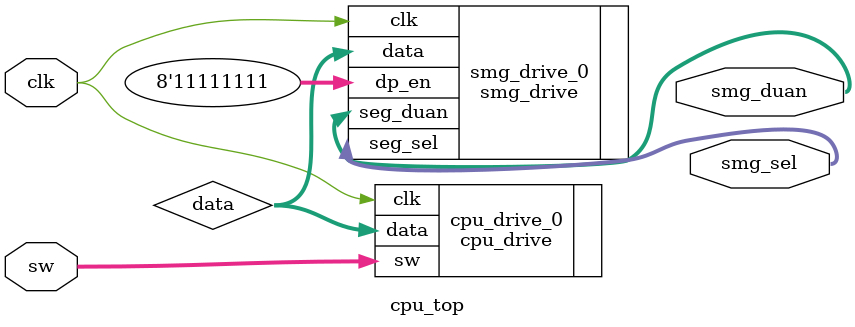
<source format=v>
`timescale 1ns / 1ps


module cpu_top(
  input clk,
  input [11:0]sw,
  output   [7:0]      smg_duan,
  output   [7:0]      smg_sel
);
wire [39:0]data;
cpu_drive cpu_drive_0
(
  .clk(clk),
  .sw(sw),
  .data(data)
);
smg_drive smg_drive_0
(
	.clk(clk),
    .data(data),
    .dp_en(8'b11111111),
    .seg_sel(smg_sel),
    .seg_duan(smg_duan)
);
endmodule

</source>
